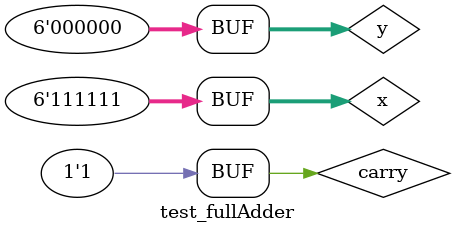
<source format=v>
 
 
// ------------------------- 
//  full adder 
// ------------------------- 
module fullAdder (output s,  
                               input a,  
                               input b,  
                               input carryIn); 
 
// descrever por portas

 
endmodule // fullAdder 
 
module test_fullAdder; 
// ------------------------- definir dados 
      reg [5:0] x; 
      reg [5:0] y; 
      reg  carry; 
      wire [5:0] soma; 
		
	initial begin
	
	x= 6'b111111;
	y= 6'b000000;	
	carry=1'b1; 
	end
 
// ------------------------- parte principal 
 initial begin 
      $display("Exemplo0021 - Mateus Augusto Moraes Ferreira - 435669"); 
      $display("Test ALUs full adder"); 
 
 // projetar testes do somador complete 
 
 $monitor("x=%6b  y=%6b carry=%1b  soma=%6b" , x,y,carry,soma);

 
 end 
 
endmodule // test_fullAdder 
 
</source>
